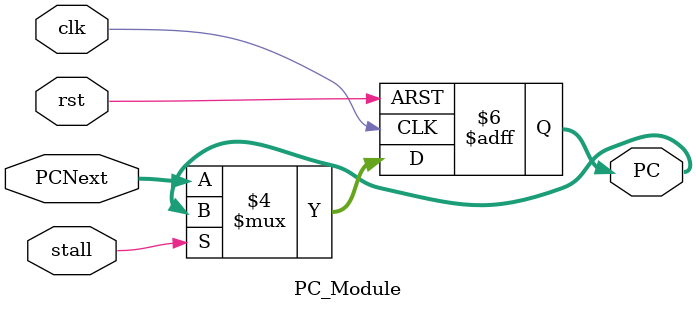
<source format=v>
module PC_Module (

input    wire   [31:0]   PCNext,
input    wire            clk,rst,stall,
output   reg    [31:0]   PC

);

always @(posedge clk or negedge rst)
  begin
    if(!rst) begin
        PC <= 32'b0;
    end
	else if(stall)
	    PC <= PC;
    else begin
        PC <= PCNext;
    end
  end
endmodule

</source>
